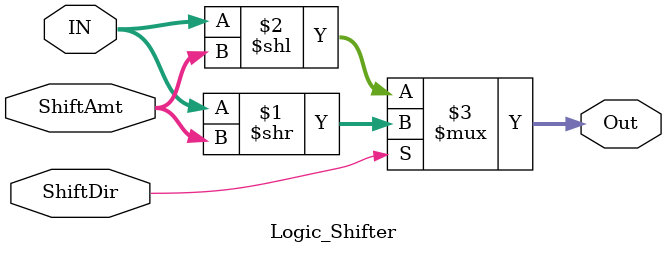
<source format=v>
module Logic_Shifter #(parameter SHIFT_BITS = 5) (IN, ShiftAmt, ShiftDir, Out);
	localparam N = 2**SHIFT_BITS;

	input [N-1:0] IN;
	input [SHIFT_BITS-1:0] ShiftAmt;
	input ShiftDir;
	output [N-1:0] Out;

	assign Out = ShiftDir ? (IN >> ShiftAmt) : (IN << ShiftAmt);
	
endmodule
</source>
